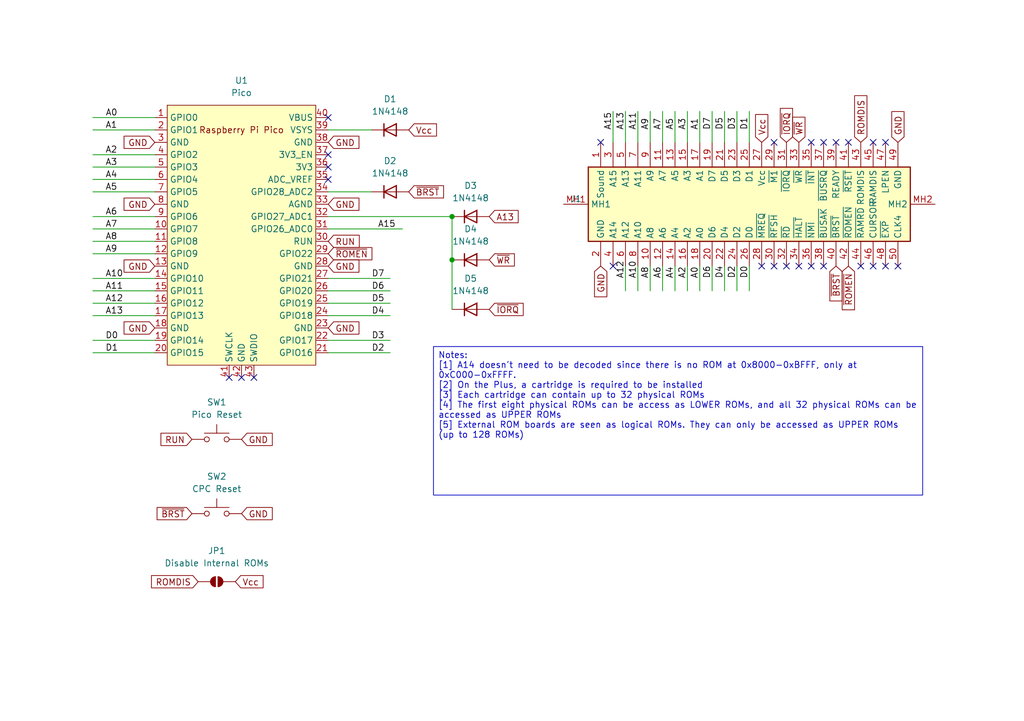
<source format=kicad_sch>
(kicad_sch (version 20231120) (generator "eeschema") (generator_version "8.0")
  (paper "A5")
  (title_block (title "CPC PicoROM Plus") (date "13-Dec-2024") (rev "1.2-0") (company "Brett Hallen") (comment 1 "https://github.com/0ddjob/CPC_PICOROM") (comment 3 "https://github.com/mattcallow/CPC_PICOROM") (comment 4 "Original by Matt Callow"))
  (lib_symbols
    (symbol "Diode:1N4148" (pin_numbers hide) (pin_names hide)
      (property "Reference" "D" (at 0 2.54 0))
      (property "Value" "1N4148" (at 0 -2.54 0))
      (symbol "1N4148_0_1"
        (polyline (pts (xy -1.27 1.27) (xy -1.27 -1.27)) (stroke (width 0.254)))
        (polyline (pts (xy 1.27 0) (xy -1.27 0)))
        (polyline (pts (xy 1.27 1.27) (xy 1.27 -1.27) (xy -1.27 0) (xy 1.27 1.27)) (stroke (width 0.254)))
      )
      (symbol "1N4148_1_1"
        (pin passive line (at -3.81 0 0) (length 2.54) (name "K") (number "1"))
        (pin passive line (at 3.81 0 180) (length 2.54) (name "A") (number "2"))
      )
    )
    (symbol "Jumper:SolderJumper_2_Open" (pin_numbers hide) (pin_names (offset 0) hide) (exclude_from_sim yes) (in_bom no)
      (property "Reference" "JP" (at 0 2.032 0))
      (property "Value" "SolderJumper_2_Open" (at 0 -2.54 0))
      (symbol "SolderJumper_2_Open_0_1"
        (arc (start -0.254 1.016) (mid -1.2656 0) (end -0.254 -1.016))
        (arc (start -0.254 1.016) (mid -1.2656 0) (end -0.254 -1.016) (fill (type outline)))
        (polyline (pts (xy -0.254 1.016) (xy -0.254 -1.016)))
        (polyline (pts (xy 0.254 1.016) (xy 0.254 -1.016)))
        (arc (start 0.254 -1.016) (mid 1.2656 0) (end 0.254 1.016))
        (arc (start 0.254 -1.016) (mid 1.2656 0) (end 0.254 1.016) (fill (type outline)))
      )
      (symbol "SolderJumper_2_Open_1_1"
        (pin passive line (at -3.81 0 0) (length 2.54) (name "A") (number "1"))
        (pin passive line (at 3.81 0 180) (length 2.54) (name "B") (number "2"))
      )
    )
    (symbol "Switch:SW_Push" (pin_numbers hide) (pin_names (offset 1.016) hide)
      (property "Reference" "SW" (at 1.27 2.54 0))
      (property "Value" "SW_Push" (at 0 -1.524 0))
      (symbol "SW_Push_0_1"
        (circle (center -2.032 0) (radius 0.508))
        (polyline (pts (xy 0 1.27) (xy 0 3.048)))
        (polyline (pts (xy 2.54 1.27) (xy -2.54 1.27)))
        (circle (center 2.032 0) (radius 0.508))
        (pin passive line (at -5.08 0 0) (length 2.54) (name "1") (number "1"))
        (pin passive line (at 5.08 0 180) (length 2.54) (name "2") (number "2"))
      )
    )
    (symbol "cluelessengineer:Amstrad_CPC_Plus_Expansion"
      (property "Reference" "J" (at 72.39 12.7 0))
      (property "Value" "Amstrad_CPC_Plus_Expansion" (at 72.39 10.16 0))
      (symbol "Amstrad_CPC_Plus_Expansion_1_1"
        (rectangle (start 5.08 7.62) (end 71.12 -7.62) (stroke (width 0.254)) (fill (type background)))
        (pin passive line (at 7.62 12.7 270) (length 5.08) (name "Sound") (number "1"))
        (pin passive line (at 17.78 -12.7 90) (length 5.08) (name "A8") (number "10"))
        (pin passive line (at 20.32 12.7 270) (length 5.08) (name "A7") (number "11"))
        (pin passive line (at 20.32 -12.7 90) (length 5.08) (name "A6") (number "12"))
        (pin passive line (at 22.86 12.7 270) (length 5.08) (name "A5") (number "13"))
        (pin passive line (at 22.86 -12.7 90) (length 5.08) (name "A4") (number "14"))
        (pin passive line (at 25.4 12.7 270) (length 5.08) (name "A3") (number "15"))
        (pin passive line (at 25.4 -12.7 90) (length 5.08) (name "A2") (number "16"))
        (pin passive line (at 27.94 12.7 270) (length 5.08) (name "A1") (number "17"))
        (pin passive line (at 27.94 -12.7 90) (length 5.08) (name "A0") (number "18"))
        (pin passive line (at 30.48 12.7 270) (length 5.08) (name "D7") (number "19"))
        (pin bidirectional line (at 7.62 -12.7 90) (length 5.08) (name "GND") (number "2"))
        (pin passive line (at 30.48 -12.7 90) (length 5.08) (name "D6") (number "20"))
        (pin passive line (at 33.02 12.7 270) (length 5.08) (name "D5") (number "21"))
        (pin passive line (at 33.02 -12.7 90) (length 5.08) (name "D4") (number "22"))
        (pin passive line (at 35.56 12.7 270) (length 5.08) (name "D3") (number "23"))
        (pin passive line (at 35.56 -12.7 90) (length 5.08) (name "D2") (number "24"))
        (pin passive line (at 38.1 12.7 270) (length 5.08) (name "D1") (number "25"))
        (pin passive line (at 38.1 -12.7 90) (length 5.08) (name "D0") (number "26"))
        (pin power_out line (at 40.64 12.7 270) (length 5.08) (name "Vcc") (number "27"))
        (pin passive line (at 40.64 -12.7 90) (length 5.08) (name "~{MREQ}") (number "28"))
        (pin passive line (at 43.18 12.7 270) (length 5.08) (name "~{M1}") (number "29"))
        (pin passive line (at 10.16 12.7 270) (length 5.08) (name "A15") (number "3"))
        (pin passive line (at 43.18 -12.7 90) (length 5.08) (name "~{RFSH}") (number "30"))
        (pin passive line (at 45.72 12.7 270) (length 5.08) (name "~{IORQ}") (number "31"))
        (pin passive line (at 45.72 -12.7 90) (length 5.08) (name "~{RD}") (number "32"))
        (pin passive line (at 48.26 12.7 270) (length 5.08) (name "~{WR}") (number "33"))
        (pin passive line (at 48.26 -12.7 90) (length 5.08) (name "~{HALT}") (number "34"))
        (pin passive line (at 50.8 12.7 270) (length 5.08) (name "~{INT}") (number "35"))
        (pin passive line (at 50.8 -12.7 90) (length 5.08) (name "~{NMI}") (number "36"))
        (pin passive line (at 53.34 12.7 270) (length 5.08) (name "~{BUSRQ}") (number "37"))
        (pin passive line (at 53.34 -12.7 90) (length 5.08) (name "~{BUSAK}") (number "38"))
        (pin passive line (at 55.88 12.7 270) (length 5.08) (name "READY") (number "39"))
        (pin passive line (at 10.16 -12.7 90) (length 5.08) (name "A14") (number "4"))
        (pin passive line (at 55.88 -12.7 90) (length 5.08) (name "~{BRST}") (number "40"))
        (pin passive line (at 58.42 12.7 270) (length 5.08) (name "~{RSET}") (number "41"))
        (pin passive line (at 58.42 -12.7 90) (length 5.08) (name "~{ROMEN}") (number "42"))
        (pin passive line (at 60.96 12.7 270) (length 5.08) (name "ROMDIS") (number "43"))
        (pin passive line (at 60.96 -12.7 90) (length 5.08) (name "~{RAMRD}") (number "44"))
        (pin passive line (at 63.5 12.7 270) (length 5.08) (name "RAMDIS") (number "45"))
        (pin passive line (at 63.5 -12.7 90) (length 5.08) (name "CURSOR") (number "46"))
        (pin passive line (at 66.04 12.7 270) (length 5.08) (name "LPEN") (number "47"))
        (pin passive line (at 66.04 -12.7 90) (length 5.08) (name "~{EXP}") (number "48"))
        (pin bidirectional line (at 68.58 12.7 270) (length 5.08) (name "GND") (number "49"))
        (pin passive line (at 12.7 12.7 270) (length 5.08) (name "A13") (number "5"))
        (pin passive line (at 68.58 -12.7 90) (length 5.08) (name "CLK4") (number "50"))
        (pin passive line (at 12.7 -12.7 90) (length 5.08) (name "A12") (number "6"))
        (pin passive line (at 15.24 12.7 270) (length 5.08) (name "A11") (number "7"))
        (pin passive line (at 15.24 -12.7 90) (length 5.08) (name "A10") (number "8"))
        (pin passive line (at 17.78 12.7 270) (length 5.08) (name "A9") (number "9"))
        (pin passive line (at 0 0 0) (length 5.08) (name "MH1") (number "MH1"))
        (pin passive line (at 76.2 0 180) (length 5.08) (name "MH2") (number "MH2"))
      )
    )
    (symbol "cluelessengineer:Pico"
      (property "Reference" "U" (at -13.97 27.94 0))
      (property "Value" "Pico" (at 0 19.05 0))
      (symbol "Pico_0_0"
        (text "Raspberry Pi Pico" (at 0 21.59 0) (effects (font (size 1.27 1.27))))
      )
      (symbol "Pico_0_1"
        (rectangle (start -15.24 26.67) (end 15.24 -26.67) (fill (type background)))
      )
      (symbol "Pico_1_1"
        (pin bidirectional line (at -17.78 24.13 0) (length 2.54) (name "GPIO0") (number "1"))
        (pin bidirectional line (at -17.78 1.27 0) (length 2.54) (name "GPIO7") (number "10"))
        (pin bidirectional line (at -17.78 -1.27 0) (length 2.54) (name "GPIO8") (number "11"))
        (pin bidirectional line (at -17.78 -3.81 0) (length 2.54) (name "GPIO9") (number "12"))
        (pin power_in line (at -17.78 -6.35 0) (length 2.54) (name "GND") (number "13"))
        (pin bidirectional line (at -17.78 -8.89 0) (length 2.54) (name "GPIO10") (number "14"))
        (pin bidirectional line (at -17.78 -11.43 0) (length 2.54) (name "GPIO11") (number "15"))
        (pin bidirectional line (at -17.78 -13.97 0) (length 2.54) (name "GPIO12") (number "16"))
        (pin bidirectional line (at -17.78 -16.51 0) (length 2.54) (name "GPIO13") (number "17"))
        (pin power_in line (at -17.78 -19.05 0) (length 2.54) (name "GND") (number "18"))
        (pin bidirectional line (at -17.78 -21.59 0) (length 2.54) (name "GPIO14") (number "19"))
        (pin bidirectional line (at -17.78 21.59 0) (length 2.54) (name "GPIO1") (number "2"))
        (pin bidirectional line (at -17.78 -24.13 0) (length 2.54) (name "GPIO15") (number "20"))
        (pin bidirectional line (at 17.78 -24.13 180) (length 2.54) (name "GPIO16") (number "21"))
        (pin bidirectional line (at 17.78 -21.59 180) (length 2.54) (name "GPIO17") (number "22"))
        (pin power_in line (at 17.78 -19.05 180) (length 2.54) (name "GND") (number "23"))
        (pin bidirectional line (at 17.78 -16.51 180) (length 2.54) (name "GPIO18") (number "24"))
        (pin bidirectional line (at 17.78 -13.97 180) (length 2.54) (name "GPIO19") (number "25"))
        (pin bidirectional line (at 17.78 -11.43 180) (length 2.54) (name "GPIO20") (number "26"))
        (pin bidirectional line (at 17.78 -8.89 180) (length 2.54) (name "GPIO21") (number "27"))
        (pin power_in line (at 17.78 -6.35 180) (length 2.54) (name "GND") (number "28"))
        (pin bidirectional line (at 17.78 -3.81 180) (length 2.54) (name "GPIO22") (number "29"))
        (pin power_in line (at -17.78 19.05 0) (length 2.54) (name "GND") (number "3"))
        (pin input line (at 17.78 -1.27 180) (length 2.54) (name "RUN") (number "30"))
        (pin bidirectional line (at 17.78 1.27 180) (length 2.54) (name "GPIO26_ADC0") (number "31"))
        (pin bidirectional line (at 17.78 3.81 180) (length 2.54) (name "GPIO27_ADC1") (number "32"))
        (pin power_in line (at 17.78 6.35 180) (length 2.54) (name "AGND") (number "33"))
        (pin bidirectional line (at 17.78 8.89 180) (length 2.54) (name "GPIO28_ADC2") (number "34"))
        (pin power_in line (at 17.78 11.43 180) (length 2.54) (name "ADC_VREF") (number "35"))
        (pin power_in line (at 17.78 13.97 180) (length 2.54) (name "3V3") (number "36"))
        (pin input line (at 17.78 16.51 180) (length 2.54) (name "3V3_EN") (number "37"))
        (pin bidirectional line (at 17.78 19.05 180) (length 2.54) (name "GND") (number "38"))
        (pin power_in line (at 17.78 21.59 180) (length 2.54) (name "VSYS") (number "39"))
        (pin bidirectional line (at -17.78 16.51 0) (length 2.54) (name "GPIO2") (number "4"))
        (pin power_in line (at 17.78 24.13 180) (length 2.54) (name "VBUS") (number "40"))
        (pin input line (at -2.54 -29.21 90) (length 2.54) (name "SWCLK") (number "41"))
        (pin power_in line (at 0 -29.21 90) (length 2.54) (name "GND") (number "42"))
        (pin bidirectional line (at 2.54 -29.21 90) (length 2.54) (name "SWDIO") (number "43"))
        (pin bidirectional line (at -17.78 13.97 0) (length 2.54) (name "GPIO3") (number "5"))
        (pin bidirectional line (at -17.78 11.43 0) (length 2.54) (name "GPIO4") (number "6"))
        (pin bidirectional line (at -17.78 8.89 0) (length 2.54) (name "GPIO5") (number "7"))
        (pin power_in line (at -17.78 6.35 0) (length 2.54) (name "GND") (number "8"))
        (pin bidirectional line (at -17.78 3.81 0) (length 2.54) (name "GPIO6") (number "9"))
      )
    )
  )
  (junction (at 92.71 53.34))
  (junction (at 92.71 44.45))
  (no_connect (at 181.61 29.21))
  (no_connect (at 125.73 54.61))
  (no_connect (at 52.07 77.47))
  (no_connect (at 181.61 54.61))
  (no_connect (at 158.75 29.21))
  (no_connect (at 161.29 54.61))
  (no_connect (at 67.31 36.83))
  (no_connect (at 156.21 54.61))
  (no_connect (at 176.53 54.61))
  (no_connect (at 173.99 29.21))
  (no_connect (at 49.53 77.47))
  (no_connect (at 179.07 29.21))
  (no_connect (at 166.37 54.61))
  (no_connect (at 179.07 54.61))
  (no_connect (at 123.19 29.21))
  (no_connect (at 46.99 77.47))
  (no_connect (at 166.37 29.21))
  (no_connect (at 67.31 24.13))
  (no_connect (at 168.91 54.61))
  (no_connect (at 67.31 34.29))
  (no_connect (at 168.91 29.21))
  (no_connect (at 67.31 31.75))
  (no_connect (at 158.75 54.61))
  (no_connect (at 184.15 54.61))
  (no_connect (at 171.45 29.21))
  (no_connect (at 163.83 54.61))
  (wire (pts (xy 140.97 22.86) (xy 140.97 29.21)))
  (wire (pts (xy 67.31 64.77) (xy 80.01 64.77)))
  (wire (pts (xy 92.71 44.45) (xy 92.71 53.34)))
  (wire (pts (xy 67.31 44.45) (xy 92.71 44.45)))
  (wire (pts (xy 19.05 59.69) (xy 31.75 59.69)))
  (wire (pts (xy 19.05 69.85) (xy 31.75 69.85)))
  (wire (pts (xy 19.05 39.37) (xy 31.75 39.37)))
  (wire (pts (xy 148.59 54.61) (xy 148.59 59.69)))
  (wire (pts (xy 19.05 64.77) (xy 31.75 64.77)))
  (wire (pts (xy 19.05 52.07) (xy 31.75 52.07)))
  (wire (pts (xy 19.05 24.13) (xy 31.75 24.13)))
  (wire (pts (xy 130.81 22.86) (xy 130.81 29.21)))
  (wire (pts (xy 130.81 54.61) (xy 130.81 59.69)))
  (wire (pts (xy 19.05 26.67) (xy 31.75 26.67)))
  (wire (pts (xy 143.51 54.61) (xy 143.51 59.69)))
  (wire (pts (xy 135.89 22.86) (xy 135.89 29.21)))
  (wire (pts (xy 19.05 72.39) (xy 31.75 72.39)))
  (wire (pts (xy 146.05 54.61) (xy 146.05 59.69)))
  (wire (pts (xy 143.51 22.86) (xy 143.51 29.21)))
  (wire (pts (xy 19.05 31.75) (xy 31.75 31.75)))
  (wire (pts (xy 19.05 62.23) (xy 31.75 62.23)))
  (wire (pts (xy 67.31 46.99) (xy 82.55 46.99)))
  (wire (pts (xy 133.35 54.61) (xy 133.35 59.69)))
  (wire (pts (xy 76.2 26.67) (xy 67.31 26.67)))
  (wire (pts (xy 133.35 22.86) (xy 133.35 29.21)))
  (wire (pts (xy 148.59 22.86) (xy 148.59 29.21)))
  (wire (pts (xy 67.31 69.85) (xy 80.01 69.85)))
  (wire (pts (xy 19.05 46.99) (xy 31.75 46.99)))
  (wire (pts (xy 135.89 54.61) (xy 135.89 59.69)))
  (wire (pts (xy 140.97 54.61) (xy 140.97 59.69)))
  (wire (pts (xy 92.71 53.34) (xy 92.71 63.5)))
  (wire (pts (xy 128.27 54.61) (xy 128.27 59.69)))
  (wire (pts (xy 151.13 22.86) (xy 151.13 29.21)))
  (wire (pts (xy 67.31 59.69) (xy 80.01 59.69)))
  (wire (pts (xy 128.27 22.86) (xy 128.27 29.21)))
  (wire (pts (xy 138.43 22.86) (xy 138.43 29.21)))
  (wire (pts (xy 125.73 22.86) (xy 125.73 29.21)))
  (wire (pts (xy 19.05 36.83) (xy 31.75 36.83)))
  (wire (pts (xy 153.67 54.61) (xy 153.67 59.69)))
  (wire (pts (xy 151.13 54.61) (xy 151.13 59.69)))
  (wire (pts (xy 146.05 22.86) (xy 146.05 29.21)))
  (wire (pts (xy 19.05 49.53) (xy 31.75 49.53)))
  (wire (pts (xy 19.05 44.45) (xy 31.75 44.45)))
  (wire (pts (xy 67.31 72.39) (xy 80.01 72.39)))
  (wire (pts (xy 67.31 62.23) (xy 80.01 62.23)))
  (wire (pts (xy 67.31 57.15) (xy 80.01 57.15)))
  (wire (pts (xy 138.43 54.61) (xy 138.43 59.69)))
  (wire (pts (xy 19.05 34.29) (xy 31.75 34.29)))
  (wire (pts (xy 19.05 57.15) (xy 31.75 57.15)))
  (wire (pts (xy 76.2 39.37) (xy 67.31 39.37)))
  (wire (pts (xy 153.67 22.86) (xy 153.67 29.21)))
  (text_box "Notes:\n[1] A14 doesn't need to be decoded since there is no ROM at 0x8000-0xBFFF, only at 0xC000-0xFFFF.\n[2] On the Plus, a cartridge is required to be installed\n[3] Each cartridge can contain up to 32 physical ROMs\n[4] The first eight physical ROMs can be access as LOWER ROMs, and all 32 physical ROMs can be accessed as UPPER ROMs\n[5] External ROM boards are seen as logical ROMs. They can only be accessed as UPPER ROMs (up to 128 ROMs)" (at 88.9 71.12 0) (size 100.33 30.48) (effects (font (size 1.27 1.27)) (justify left top)))
  (label "A0" (at 143.51 57.15 90))
  (label "A2" (at 21.59 31.75 0))
  (label "A15" (at 77.47 46.99 0))
  (label "A8" (at 133.35 57.15 90))
  (label "A1" (at 143.51 26.67 90))
  (label "A13" (at 128.27 26.67 90))
  (label "A0" (at 24.13 24.13 180))
  (label "A7" (at 21.59 46.99 0))
  (label "A12" (at 21.59 62.23 0))
  (label "D2" (at 76.2 72.39 0))
  (label "D2" (at 151.13 57.15 90))
  (label "A3" (at 21.59 34.29 0))
  (label "D3" (at 151.13 26.67 90))
  (label "A9" (at 133.35 26.67 90))
  (label "D6" (at 146.05 57.15 90))
  (label "D4" (at 148.59 57.15 90))
  (label "D5" (at 148.59 26.67 90))
  (label "A4" (at 138.43 57.15 90))
  (label "D6" (at 76.2 59.69 0))
  (label "A12" (at 128.27 57.15 90))
  (label "A2" (at 140.97 57.15 90))
  (label "A5" (at 21.59 39.37 0))
  (label "A6" (at 21.59 44.45 0))
  (label "A3" (at 140.97 26.67 90))
  (label "A5" (at 138.43 26.67 90))
  (label "A1" (at 21.59 26.67 0))
  (label "A4" (at 21.59 36.83 0))
  (label "D4" (at 76.2 64.77 0))
  (label "A8" (at 21.59 49.53 0))
  (label "A6" (at 135.89 57.15 90))
  (label "A7" (at 135.89 26.67 90))
  (label "A9" (at 21.59 52.07 0))
  (label "D7" (at 146.05 26.67 90))
  (label "D0" (at 21.59 69.85 0))
  (label "D7" (at 76.2 57.15 0))
  (label "A10" (at 21.59 57.15 0))
  (label "A10" (at 130.81 57.15 90))
  (label "A13" (at 21.59 64.77 0))
  (label "D0" (at 153.67 57.15 90))
  (label "A15" (at 125.73 26.67 90))
  (label "A11" (at 21.59 59.69 0))
  (label "D1" (at 153.67 26.67 90))
  (label "A11" (at 130.81 26.67 90))
  (label "D3" (at 76.2 69.85 0))
  (label "D5" (at 76.2 62.23 0))
  (label "D1" (at 21.59 72.39 0))
  (global_label "GND" (shape input) (at 184.15 29.21 90) (property "Intersheetrefs" "${INTERSHEET_REFS}" (effects (hide yes))))
  (global_label "GND" (shape input) (at 67.31 29.21 0) (property "Intersheetrefs" "${INTERSHEET_REFS}" (effects (hide yes))))
  (global_label "ROMDIS" (shape input) (at 176.53 29.21 90) (property "Intersheetrefs" "${INTERSHEET_REFS}" (effects (hide yes))))
  (global_label "A13" (shape input) (at 100.33 44.45 0) (property "Intersheetrefs" "${INTERSHEET_REFS}" (effects (hide yes))))
  (global_label "GND" (shape input) (at 67.31 54.61 0) (property "Intersheetrefs" "${INTERSHEET_REFS}" (effects (hide yes))))
  (global_label "~{ROMEN}" (shape input) (at 173.99 54.61 270) (property "Intersheetrefs" "${INTERSHEET_REFS}" (effects (hide yes))))
  (global_label "GND" (shape input) (at 31.75 41.91 180) (property "Intersheetrefs" "${INTERSHEET_REFS}" (effects (hide yes))))
  (global_label "GND" (shape input) (at 67.31 41.91 0) (property "Intersheetrefs" "${INTERSHEET_REFS}" (effects (hide yes))))
  (global_label "~{WR}" (shape input) (at 100.33 53.34 0) (property "Intersheetrefs" "${INTERSHEET_REFS}" (effects (hide yes))))
  (global_label "~{BRST}" (shape input) (at 39.37 105.41 180) (property "Intersheetrefs" "${INTERSHEET_REFS}" (effects (hide yes))))
  (global_label "GND" (shape input) (at 31.75 54.61 180) (property "Intersheetrefs" "${INTERSHEET_REFS}" (effects (hide yes))))
  (global_label "~{ROMEN}" (shape input) (at 67.31 52.07 0) (property "Intersheetrefs" "${INTERSHEET_REFS}" (effects (hide yes))))
  (global_label "~{BRST}" (shape input) (at 83.82 39.37 0) (property "Intersheetrefs" "${INTERSHEET_REFS}" (effects (hide yes))))
  (global_label "RUN" (shape input) (at 39.37 90.17 180) (property "Intersheetrefs" "${INTERSHEET_REFS}" (effects (hide yes))))
  (global_label "GND" (shape input) (at 67.31 67.31 0) (property "Intersheetrefs" "${INTERSHEET_REFS}" (effects (hide yes))))
  (global_label "GND" (shape input) (at 31.75 67.31 180) (property "Intersheetrefs" "${INTERSHEET_REFS}" (effects (hide yes))))
  (global_label "GND" (shape input) (at 49.53 90.17 0) (property "Intersheetrefs" "${INTERSHEET_REFS}" (effects (hide yes))))
  (global_label "GND" (shape input) (at 31.75 29.21 180) (property "Intersheetrefs" "${INTERSHEET_REFS}" (effects (hide yes))))
  (global_label "Vcc" (shape input) (at 156.21 29.21 90) (property "Intersheetrefs" "${INTERSHEET_REFS}" (effects (hide yes))))
  (global_label "ROMDIS" (shape input) (at 40.64 119.38 180) (property "Intersheetrefs" "${INTERSHEET_REFS}" (effects (hide yes))))
  (global_label "~{WR}" (shape input) (at 163.83 29.21 90) (property "Intersheetrefs" "${INTERSHEET_REFS}" (effects (hide yes))))
  (global_label "~{BRST}" (shape input) (at 171.45 54.61 270) (property "Intersheetrefs" "${INTERSHEET_REFS}" (effects (hide yes))))
  (global_label "GND" (shape input) (at 49.53 105.41 0) (property "Intersheetrefs" "${INTERSHEET_REFS}" (effects (hide yes))))
  (global_label "Vcc" (shape input) (at 83.82 26.67 0) (property "Intersheetrefs" "${INTERSHEET_REFS}" (effects (hide yes))))
  (global_label "GND" (shape input) (at 123.19 54.61 270) (property "Intersheetrefs" "${INTERSHEET_REFS}" (effects (hide yes))))
  (global_label "RUN" (shape input) (at 67.31 49.53 0) (property "Intersheetrefs" "${INTERSHEET_REFS}" (effects (hide yes))))
  (global_label "Vcc" (shape input) (at 48.26 119.38 0) (property "Intersheetrefs" "${INTERSHEET_REFS}" (effects (hide yes))))
  (global_label "~{IORQ}" (shape input) (at 100.33 63.5 0) (property "Intersheetrefs" "${INTERSHEET_REFS}" (effects (hide yes))))
  (global_label "~{IORQ}" (shape input) (at 161.29 29.21 90) (property "Intersheetrefs" "${INTERSHEET_REFS}" (effects (hide yes))))
  (symbol (lib_id "Jumper:SolderJumper_2_Open") (at 44.45 119.38 0) (unit 1) (exclude_from_sim yes) (in_bom no)
    (property "Reference" "JP1" (at 44.45 113.03 0))
    (property "Value" "Disable Internal ROMs" (at 44.45 115.57 0))
    (property "Footprint" "Jumper:SolderJumper-2_P1.3mm_Open_RoundedPad1.0x1.5mm" (effects (hide yes)))
    (property "Description" "Solder Jumper, 2-pole, open" (effects (hide yes)))
  )
  (symbol (lib_id "cluelessengineer:Pico") (at 49.53 48.26 0) (unit 1)
    (property "Reference" "U1" (at 49.53 16.51 0))
    (property "Value" "Pico" (at 49.53 19.05 0))
    (property "Footprint" "Clueless_Engineer:RPi_Pico_SMD_TH" (effects (hide yes)))
  )
  (symbol (lib_id "Diode:1N4148") (at 96.52 53.34 0) (unit 1)
    (property "Reference" "D4" (at 96.52 46.99 0))
    (property "Value" "1N4148" (at 96.52 49.53 0))
    (property "Footprint" "Diode_THT:D_DO-35_SOD27_P7.62mm_Horizontal" (effects (hide yes)))
    (property "Datasheet" "https://assets.nexperia.com/documents/data-sheet/1N4148_1N4448.pdf" (effects (hide yes)))
    (property "Sim.Device" "D" (effects (hide yes)))
    (property "Sim.Pins" "1=K 2=A" (effects (hide yes)))
  )
  (symbol (lib_id "Switch:SW_Push") (at 44.45 105.41 0) (unit 1)
    (property "Reference" "SW2" (at 44.45 97.79 0))
    (property "Value" "CPC Reset" (at 44.45 100.33 0))
    (property "Footprint" "Clueless_Engineer:Switch_Tactile_6mm" (effects (hide yes)))
  )
  (symbol (lib_id "Diode:1N4148") (at 96.52 63.5 0) (unit 1)
    (property "Reference" "D5" (at 96.52 57.15 0))
    (property "Value" "1N4148" (at 96.52 59.69 0))
    (property "Footprint" "Diode_THT:D_DO-35_SOD27_P7.62mm_Horizontal" (effects (hide yes)))
    (property "Datasheet" "https://assets.nexperia.com/documents/data-sheet/1N4148_1N4448.pdf" (effects (hide yes)))
    (property "Sim.Device" "D" (effects (hide yes)))
    (property "Sim.Pins" "1=K 2=A" (effects (hide yes)))
  )
  (symbol (lib_id "Switch:SW_Push") (at 44.45 90.17 0) (unit 1)
    (property "Reference" "SW1" (at 44.45 82.55 0))
    (property "Value" "Pico Reset" (at 44.45 85.09 0))
    (property "Footprint" "Clueless_Engineer:Switch_Tactile_6mm" (effects (hide yes)))
  )
  (symbol (lib_id "Diode:1N4148") (at 96.52 44.45 0) (unit 1)
    (property "Reference" "D3" (at 96.52 38.1 0))
    (property "Value" "1N4148" (at 96.52 40.64 0))
    (property "Footprint" "Diode_THT:D_DO-35_SOD27_P7.62mm_Horizontal" (effects (hide yes)))
    (property "Datasheet" "https://assets.nexperia.com/documents/data-sheet/1N4148_1N4448.pdf" (effects (hide yes)))
    (property "Sim.Device" "D" (effects (hide yes)))
    (property "Sim.Pins" "1=K 2=A" (effects (hide yes)))
  )
  (symbol (lib_id "Diode:1N4148") (at 80.01 26.67 0) (unit 1)
    (property "Reference" "D1" (at 80.01 20.32 0))
    (property "Value" "1N4148" (at 80.01 22.86 0))
    (property "Footprint" "Diode_THT:D_DO-35_SOD27_P7.62mm_Horizontal" (effects (hide yes)))
    (property "Datasheet" "https://assets.nexperia.com/documents/data-sheet/1N4148_1N4448.pdf" (effects (hide yes)))
    (property "Sim.Device" "D" (effects (hide yes)))
    (property "Sim.Pins" "1=K 2=A" (effects (hide yes)))
  )
  (symbol (lib_id "cluelessengineer:Amstrad_CPC_Plus_Expansion") (at 115.57 41.91 0) (unit 1)
    (property "Reference" "J1" (at 118.11 40.8021 0))
    (property "Value" "Amstrad_CPC_Plus_Expansion" (effects (hide yes)))
    (property "Footprint" "Clueless_Engineer:111050113L001_Amstrad_Plus" (effects (hide yes)))
    (property "Datasheet" "https://www.norcomp.net/rohspdfs/SCSI-050Ribbon/11Y/111/111-YYY-113L001.pdf" (effects (hide yes)))
    (property "Height" "12.55" (effects (hide yes)))
    (property "Manufacturer_Name" "NorComp" (effects (hide yes)))
    (property "Manufacturer_Part_Number" "111-050-113L001" (effects (hide yes)))
  )
  (symbol (lib_id "Diode:1N4148") (at 80.01 39.37 0) (unit 1)
    (property "Reference" "D2" (at 80.01 33.02 0))
    (property "Value" "1N4148" (at 80.01 35.56 0))
    (property "Footprint" "Diode_THT:D_DO-35_SOD27_P7.62mm_Horizontal" (effects (hide yes)))
    (property "Datasheet" "https://assets.nexperia.com/documents/data-sheet/1N4148_1N4448.pdf" (effects (hide yes)))
    (property "Sim.Device" "D" (effects (hide yes)))
    (property "Sim.Pins" "1=K 2=A" (effects (hide yes)))
  )
)
</source>
